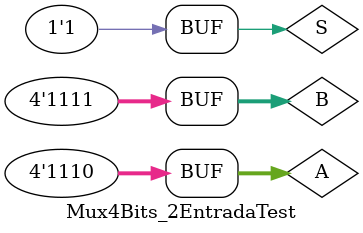
<source format=v>
`timescale 1ns / 1ps


module Mux4Bits_2EntradaTest;

	// Inputs
	reg [3:0] A;
	reg [3:0] B;
	reg S;

	// Outputs
	wire [3:0] Y;

	// Instantiate the Unit Under Test (UUT)
	Mux4Bits_2Entradas uut (
		.A(A), 
		.B(B), 
		.S(S), 
		.Y(Y)
	);

	initial begin
		// Initialize Inputs
		A = 4'b0;
		B = 4'd5;
		S = 0;

		// Wait 100 ns for global reset to finish
		#100;
		
		
		A = 4'd5;
		B = 4'd7;
		S = 1;

		// Wait 100 ns for global reset to finish
		#100;


		A = 4'd14;
		B = 4'd15;
		S = 0;

		// Wait 100 ns for global reset to finish
		#100;

		A = 4'd14;
		B = 4'd15;
		S = 1;

		// Wait 100 ns for global reset to finish
		#100;		
        
		// Add stimulus here

	end
      
endmodule


</source>
